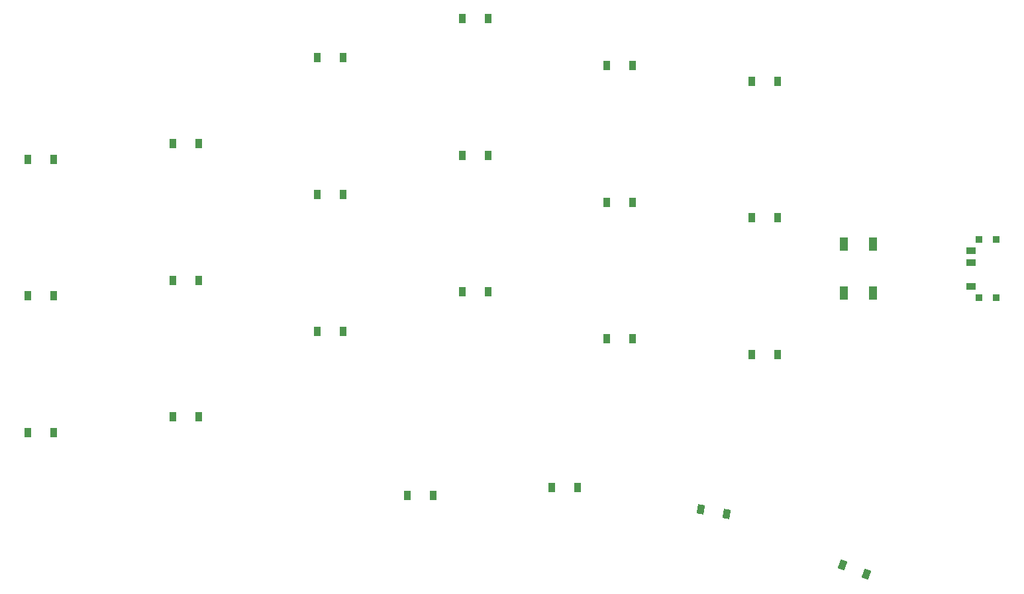
<source format=gbr>
%TF.GenerationSoftware,KiCad,Pcbnew,8.0.4*%
%TF.CreationDate,2024-08-22T13:25:46+01:00*%
%TF.ProjectId,left (v2 backup),6c656674-2028-4763-9220-6261636b7570,v1.0.0*%
%TF.SameCoordinates,Original*%
%TF.FileFunction,Paste,Top*%
%TF.FilePolarity,Positive*%
%FSLAX46Y46*%
G04 Gerber Fmt 4.6, Leading zero omitted, Abs format (unit mm)*
G04 Created by KiCad (PCBNEW 8.0.4) date 2024-08-22 13:25:46*
%MOMM*%
%LPD*%
G01*
G04 APERTURE LIST*
G04 Aperture macros list*
%AMRotRect*
0 Rectangle, with rotation*
0 The origin of the aperture is its center*
0 $1 length*
0 $2 width*
0 $3 Rotation angle, in degrees counterclockwise*
0 Add horizontal line*
21,1,$1,$2,0,0,$3*%
G04 Aperture macros list end*
%ADD10R,0.900000X0.900000*%
%ADD11R,1.250000X0.900000*%
%ADD12R,1.100000X1.800000*%
%ADD13R,0.900000X1.200000*%
%ADD14RotRect,0.900000X1.200000X350.000000*%
%ADD15RotRect,0.900000X1.200000X340.000000*%
G04 APERTURE END LIST*
D10*
%TO.C,T1*%
X222755760Y-62705703D03*
X220555760Y-62705703D03*
X222755760Y-70105703D03*
X220555760Y-70105703D03*
D11*
X219580760Y-68655703D03*
X219580760Y-65655703D03*
X219580759Y-64155703D03*
%TD*%
D12*
%TO.C,B1*%
X207005757Y-63305703D03*
X207005757Y-69505703D03*
X203305757Y-63305703D03*
X203305757Y-69505703D03*
%TD*%
D13*
%TO.C,D18*%
X191505761Y-42405704D03*
X194805761Y-42405708D03*
%TD*%
%TO.C,D12*%
X154505757Y-34405702D03*
X157805757Y-34405706D03*
%TD*%
%TO.C,D17*%
X191505761Y-59905702D03*
X194805761Y-59905706D03*
%TD*%
%TO.C,D6*%
X117505758Y-50405702D03*
X120805758Y-50405706D03*
%TD*%
%TO.C,D13*%
X173005758Y-75405702D03*
X176305758Y-75405706D03*
%TD*%
%TO.C,D8*%
X136005758Y-56905701D03*
X139305758Y-56905705D03*
%TD*%
%TO.C,D2*%
X99005757Y-69905701D03*
X102305757Y-69905705D03*
%TD*%
%TO.C,D7*%
X136005761Y-74405703D03*
X139305761Y-74405707D03*
%TD*%
%TO.C,D11*%
X154505763Y-51905702D03*
X157805763Y-51905706D03*
%TD*%
D14*
%TO.C,D21*%
X185043116Y-97263732D03*
X188292982Y-97836768D03*
%TD*%
D15*
%TO.C,D22*%
X203121306Y-104368952D03*
X206222292Y-105497616D03*
%TD*%
D13*
%TO.C,D10*%
X154505755Y-69405705D03*
X157805755Y-69405709D03*
%TD*%
%TO.C,D3*%
X99005760Y-52405701D03*
X102305760Y-52405705D03*
%TD*%
%TO.C,D19*%
X147505762Y-95405702D03*
X150805762Y-95405706D03*
%TD*%
%TO.C,D9*%
X136005763Y-39405702D03*
X139305763Y-39405706D03*
%TD*%
%TO.C,D1*%
X99005760Y-87405702D03*
X102305760Y-87405706D03*
%TD*%
%TO.C,D14*%
X173005763Y-57905700D03*
X176305763Y-57905704D03*
%TD*%
%TO.C,D16*%
X191505762Y-77405704D03*
X194805762Y-77405708D03*
%TD*%
%TO.C,D15*%
X173005760Y-40405700D03*
X176305760Y-40405704D03*
%TD*%
%TO.C,D4*%
X117505754Y-85405703D03*
X120805754Y-85405707D03*
%TD*%
%TO.C,D20*%
X166005760Y-94405704D03*
X169305760Y-94405708D03*
%TD*%
%TO.C,D5*%
X117505764Y-67905705D03*
X120805764Y-67905709D03*
%TD*%
M02*

</source>
